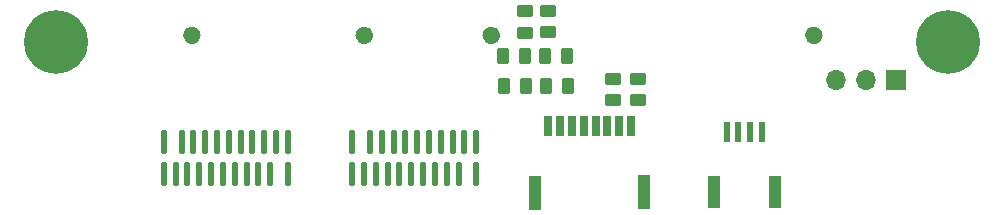
<source format=gts>
%TF.GenerationSoftware,KiCad,Pcbnew,9.0.4*%
%TF.CreationDate,2025-11-20T16:12:11-08:00*%
%TF.ProjectId,hadron_io_breakouts,68616472-6f6e-45f6-996f-5f627265616b,rev?*%
%TF.SameCoordinates,Original*%
%TF.FileFunction,Soldermask,Top*%
%TF.FilePolarity,Negative*%
%FSLAX46Y46*%
G04 Gerber Fmt 4.6, Leading zero omitted, Abs format (unit mm)*
G04 Created by KiCad (PCBNEW 9.0.4) date 2025-11-20 16:12:11*
%MOMM*%
%LPD*%
G01*
G04 APERTURE LIST*
G04 Aperture macros list*
%AMRoundRect*
0 Rectangle with rounded corners*
0 $1 Rounding radius*
0 $2 $3 $4 $5 $6 $7 $8 $9 X,Y pos of 4 corners*
0 Add a 4 corners polygon primitive as box body*
4,1,4,$2,$3,$4,$5,$6,$7,$8,$9,$2,$3,0*
0 Add four circle primitives for the rounded corners*
1,1,$1+$1,$2,$3*
1,1,$1+$1,$4,$5*
1,1,$1+$1,$6,$7*
1,1,$1+$1,$8,$9*
0 Add four rect primitives between the rounded corners*
20,1,$1+$1,$2,$3,$4,$5,0*
20,1,$1+$1,$4,$5,$6,$7,0*
20,1,$1+$1,$6,$7,$8,$9,0*
20,1,$1+$1,$8,$9,$2,$3,0*%
G04 Aperture macros list end*
%ADD10C,0.751000*%
%ADD11R,1.092200X2.895600*%
%ADD12R,0.660400X1.701800*%
%ADD13RoundRect,0.250000X0.450000X-0.262500X0.450000X0.262500X-0.450000X0.262500X-0.450000X-0.262500X0*%
%ADD14RoundRect,0.250000X-0.262500X-0.450000X0.262500X-0.450000X0.262500X0.450000X-0.262500X0.450000X0*%
%ADD15C,0.800000*%
%ADD16C,5.400000*%
%ADD17RoundRect,0.102000X-0.150000X-0.900000X0.150000X-0.900000X0.150000X0.900000X-0.150000X0.900000X0*%
%ADD18RoundRect,0.250000X0.262500X0.450000X-0.262500X0.450000X-0.262500X-0.450000X0.262500X-0.450000X0*%
%ADD19R,0.600000X1.700000*%
%ADD20R,1.000000X2.800000*%
%ADD21R,1.700000X1.700000*%
%ADD22O,1.700000X1.700000*%
%ADD23C,1.420000*%
%ADD24C,1.400000*%
G04 APERTURE END LIST*
%TO.C,J2*%
D10*
X36893500Y-24413500D02*
G75*
G02*
X36142500Y-24413500I-375500J0D01*
G01*
X36142500Y-24413500D02*
G75*
G02*
X36893500Y-24413500I375500J0D01*
G01*
X51497500Y-24413500D02*
G75*
G02*
X50746500Y-24413500I-375500J0D01*
G01*
X50746500Y-24413500D02*
G75*
G02*
X51497500Y-24413500I375500J0D01*
G01*
%TO.C,J4*%
X62247500Y-24413500D02*
G75*
G02*
X61496500Y-24413500I-375500J0D01*
G01*
X61496500Y-24413500D02*
G75*
G02*
X62247500Y-24413500I375500J0D01*
G01*
X89551500Y-24413500D02*
G75*
G02*
X88800500Y-24413500I-375500J0D01*
G01*
X88800500Y-24413500D02*
G75*
G02*
X89551500Y-24413500I375500J0D01*
G01*
%TD*%
D11*
%TO.C,J6*%
X74800000Y-37708574D03*
X65600000Y-37733340D03*
D12*
X73700000Y-32100000D03*
X72700000Y-32100000D03*
X71699999Y-32100000D03*
X70700001Y-32100000D03*
X69700000Y-32100000D03*
X68700000Y-32100000D03*
X67700000Y-32100000D03*
X66700000Y-32100000D03*
%TD*%
D13*
%TO.C,R4*%
X74325000Y-29912500D03*
X74325000Y-28087500D03*
%TD*%
%TO.C,R3*%
X72175000Y-29912500D03*
X72175000Y-28087500D03*
%TD*%
D14*
%TO.C,R1*%
X66537500Y-28725000D03*
X68362500Y-28725000D03*
%TD*%
D13*
%TO.C,R7*%
X66700000Y-24137500D03*
X66700000Y-22312500D03*
%TD*%
%TO.C,R8*%
X64750000Y-24187500D03*
X64750000Y-22362500D03*
%TD*%
D15*
%TO.C,REF\u002A\u002A*%
X98515000Y-25000000D03*
X99108109Y-23568109D03*
X99108109Y-26431891D03*
X100540000Y-22975000D03*
D16*
X100540000Y-25000000D03*
D15*
X100540000Y-27025000D03*
X101971891Y-23568109D03*
X101971891Y-26431891D03*
X102565000Y-25000000D03*
%TD*%
D17*
%TO.C,J1*%
X43650000Y-33450000D03*
X43150000Y-36150000D03*
X42650000Y-33450000D03*
X42150000Y-36150000D03*
X41650000Y-33450000D03*
X41150000Y-36150000D03*
X40650000Y-33450000D03*
X40150000Y-36150000D03*
X39650000Y-33450000D03*
X39150000Y-36150000D03*
X38650000Y-33450000D03*
X38150000Y-36150000D03*
X37650000Y-33450000D03*
X37150000Y-36150000D03*
X36650000Y-33450000D03*
X36150000Y-36150000D03*
X35650000Y-33450000D03*
X35150000Y-36150000D03*
X44650000Y-33450000D03*
X44650000Y-36150000D03*
X34150000Y-36150000D03*
X34150000Y-33450000D03*
%TD*%
D18*
%TO.C,R5*%
X68250000Y-26150000D03*
X66425000Y-26150000D03*
%TD*%
D19*
%TO.C,J5*%
X81800000Y-32550000D03*
X82800000Y-32550000D03*
X83800000Y-32550000D03*
X84800000Y-32550000D03*
D20*
X80700000Y-37700000D03*
X85900000Y-37700000D03*
%TD*%
D15*
%TO.C,REF\u002A\u002A*%
X22975000Y-25000000D03*
X23568109Y-23568109D03*
X23568109Y-26431891D03*
X25000000Y-22975000D03*
D16*
X25000000Y-25000000D03*
D15*
X25000000Y-27025000D03*
X26431891Y-23568109D03*
X26431891Y-26431891D03*
X27025000Y-25000000D03*
%TD*%
D17*
%TO.C,J3*%
X59600000Y-33450000D03*
X59100000Y-36150000D03*
X58600000Y-33450000D03*
X58100000Y-36150000D03*
X57600000Y-33450000D03*
X57100000Y-36150000D03*
X56600000Y-33450000D03*
X56100000Y-36150000D03*
X55600000Y-33450000D03*
X55100000Y-36150000D03*
X54600000Y-33450000D03*
X54100000Y-36150000D03*
X53600000Y-33450000D03*
X53100000Y-36150000D03*
X52600000Y-33450000D03*
X52100000Y-36150000D03*
X51600000Y-33450000D03*
X51100000Y-36150000D03*
X60600000Y-33450000D03*
X60600000Y-36150000D03*
X50100000Y-36150000D03*
X50100000Y-33450000D03*
%TD*%
D14*
%TO.C,R6*%
X62875000Y-26150000D03*
X64700000Y-26150000D03*
%TD*%
D21*
%TO.C,J7*%
X96150000Y-28225000D03*
D22*
X93610000Y-28225000D03*
X91070000Y-28225000D03*
%TD*%
D18*
%TO.C,R2*%
X64812500Y-28675000D03*
X62987500Y-28675000D03*
%TD*%
D23*
%TO.C,J2*%
X36515000Y-24413500D03*
X51125000Y-24413500D03*
%TD*%
D24*
%TO.C,J4*%
X61872000Y-24413500D03*
X89176000Y-24413500D03*
%TD*%
M02*

</source>
